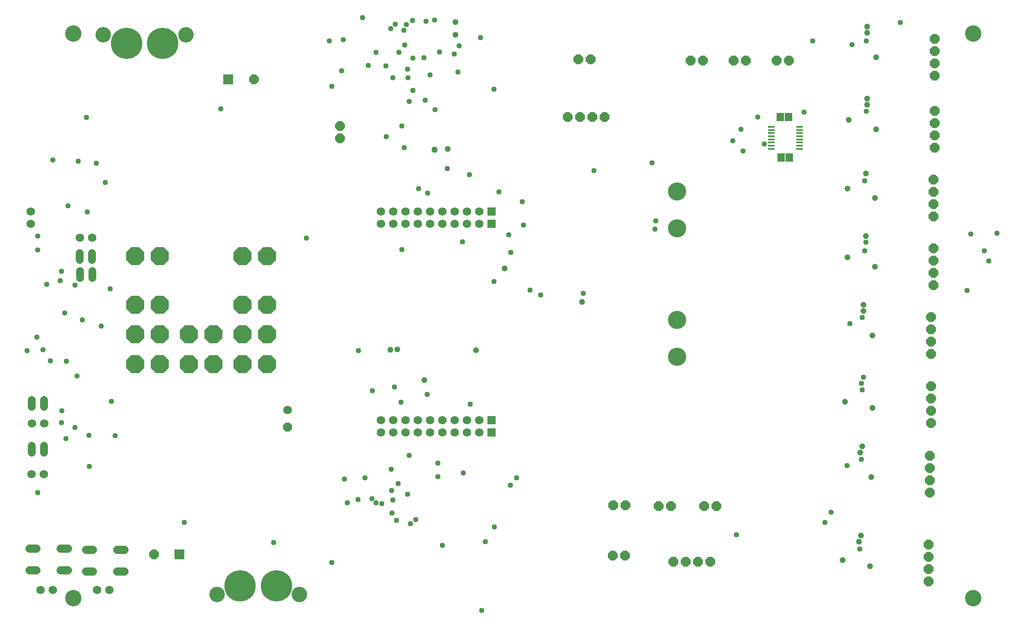
<source format=gbs>
G75*
%MOIN*%
%OFA0B0*%
%FSLAX25Y25*%
%IPPOS*%
%LPD*%
%AMOC8*
5,1,8,0,0,1.08239X$1,22.5*
%
%ADD10C,0.13300*%
%ADD11OC8,0.07887*%
%ADD12OC8,0.07100*%
%ADD13C,0.07100*%
%ADD14R,0.05918X0.06706*%
%ADD15OC8,0.14918*%
%ADD16R,0.06800X0.06800*%
%ADD17C,0.06800*%
%ADD18C,0.14800*%
%ADD19R,0.07887X0.07887*%
%ADD20R,0.05315X0.01772*%
%ADD21C,0.12600*%
%ADD22C,0.25469*%
%ADD23C,0.06737*%
%ADD24C,0.06400*%
%ADD25C,0.04762*%
%ADD26C,0.04369*%
%ADD27OC8,0.04762*%
D10*
X0233282Y0099674D03*
X0965682Y0099674D03*
X0965682Y0559674D03*
X0233282Y0559674D03*
D11*
X0380115Y0522174D03*
X0450182Y0484174D03*
X0450182Y0474174D03*
X0635586Y0491565D03*
X0645586Y0491565D03*
X0655586Y0491565D03*
X0665586Y0491565D03*
X0735682Y0537674D03*
X0745682Y0537674D03*
X0770682Y0537674D03*
X0780682Y0537674D03*
X0805682Y0537674D03*
X0815682Y0537674D03*
X0934182Y0535174D03*
X0934182Y0525174D03*
X0934182Y0545174D03*
X0934182Y0555174D03*
X0934182Y0496674D03*
X0934182Y0486674D03*
X0934182Y0476674D03*
X0934182Y0466674D03*
X0933182Y0440674D03*
X0933182Y0430674D03*
X0933182Y0420674D03*
X0933182Y0410674D03*
X0933182Y0384674D03*
X0933182Y0374674D03*
X0933182Y0364674D03*
X0933182Y0354674D03*
X0931182Y0328674D03*
X0931182Y0318674D03*
X0931182Y0308674D03*
X0931182Y0298674D03*
X0931182Y0272174D03*
X0931182Y0262174D03*
X0931182Y0252174D03*
X0931182Y0242174D03*
X0930182Y0215674D03*
X0930182Y0205674D03*
X0930182Y0195674D03*
X0930182Y0185674D03*
X0929182Y0143174D03*
X0929182Y0133174D03*
X0929182Y0123174D03*
X0929182Y0113174D03*
X0756682Y0174674D03*
X0746682Y0174674D03*
X0719682Y0174674D03*
X0709682Y0174674D03*
X0682682Y0175174D03*
X0672682Y0175174D03*
X0672182Y0134174D03*
X0682182Y0134174D03*
X0721682Y0129174D03*
X0731682Y0129174D03*
X0741682Y0129174D03*
X0751682Y0129174D03*
X0298749Y0135174D03*
X0644182Y0538674D03*
X0654182Y0538674D03*
D12*
X0407461Y0238965D03*
D13*
X0407461Y0252965D03*
D14*
X0809335Y0458674D03*
X0816028Y0458674D03*
X0815228Y0491774D03*
X0808535Y0491774D03*
D15*
X0390882Y0378375D03*
X0370882Y0378375D03*
X0303481Y0378375D03*
X0283481Y0378375D03*
X0283481Y0338690D03*
X0303481Y0338690D03*
X0303481Y0314674D03*
X0283481Y0314674D03*
X0283481Y0290383D03*
X0303481Y0290383D03*
X0327182Y0290383D03*
X0347182Y0290383D03*
X0370882Y0290383D03*
X0390882Y0290383D03*
X0390882Y0314674D03*
X0370882Y0314674D03*
X0347182Y0314674D03*
X0327182Y0314674D03*
X0370882Y0338690D03*
X0390882Y0338690D03*
D16*
X0573682Y0404674D03*
X0573682Y0414674D03*
X0573682Y0244674D03*
X0573682Y0234674D03*
D17*
X0206682Y0106174D03*
X0216682Y0106174D03*
X0252682Y0106174D03*
X0262682Y0106174D03*
X0209182Y0200674D03*
X0199182Y0200674D03*
X0199682Y0242074D03*
X0209682Y0242074D03*
X0238682Y0393274D03*
X0248682Y0393274D03*
X0198682Y0404674D03*
X0198682Y0414674D03*
X0483682Y0414674D03*
X0493682Y0414674D03*
X0503682Y0414674D03*
X0513682Y0414674D03*
X0523682Y0414674D03*
X0533682Y0414674D03*
X0543682Y0414674D03*
X0553682Y0414674D03*
X0563682Y0414674D03*
X0563682Y0404674D03*
X0553682Y0404674D03*
X0543682Y0404674D03*
X0533682Y0404674D03*
X0523682Y0404674D03*
X0513682Y0404674D03*
X0503682Y0404674D03*
X0493682Y0404674D03*
X0483682Y0404674D03*
X0483682Y0244674D03*
X0493682Y0244674D03*
X0503682Y0244674D03*
X0513682Y0244674D03*
X0523682Y0244674D03*
X0533682Y0244674D03*
X0543682Y0244674D03*
X0553682Y0244674D03*
X0563682Y0244674D03*
X0563682Y0234674D03*
X0553682Y0234674D03*
X0543682Y0234674D03*
X0533682Y0234674D03*
X0523682Y0234674D03*
X0513682Y0234674D03*
X0503682Y0234674D03*
X0493682Y0234674D03*
X0483682Y0234674D03*
D18*
X0724682Y0296324D03*
X0724682Y0326324D03*
X0724682Y0401024D03*
X0724682Y0431024D03*
D19*
X0359249Y0522174D03*
X0319615Y0135174D03*
D20*
X0801166Y0465717D03*
X0801166Y0468276D03*
X0801166Y0470835D03*
X0801166Y0473394D03*
X0801166Y0475954D03*
X0801166Y0478513D03*
X0801166Y0481072D03*
X0801166Y0483631D03*
X0824197Y0483631D03*
X0824197Y0481072D03*
X0824197Y0478513D03*
X0824197Y0475954D03*
X0824197Y0473394D03*
X0824197Y0470835D03*
X0824197Y0468276D03*
X0824197Y0465717D03*
D21*
X0324782Y0558774D03*
X0257582Y0558774D03*
X0350082Y0102574D03*
X0417282Y0102574D03*
D22*
X0398432Y0109674D03*
X0368932Y0109674D03*
X0305932Y0551674D03*
X0276432Y0551674D03*
D23*
X0274945Y0139032D02*
X0269008Y0139032D01*
X0249355Y0139032D02*
X0243418Y0139032D01*
X0228945Y0140032D02*
X0223008Y0140032D01*
X0203355Y0140032D02*
X0197418Y0140032D01*
X0197418Y0122316D02*
X0203355Y0122316D01*
X0223008Y0122316D02*
X0228945Y0122316D01*
X0243418Y0121316D02*
X0249355Y0121316D01*
X0269008Y0121316D02*
X0274945Y0121316D01*
D24*
X0209082Y0218274D02*
X0209082Y0223874D01*
X0199082Y0223874D02*
X0199082Y0218274D01*
X0199382Y0255574D02*
X0199382Y0261174D01*
X0209382Y0261174D02*
X0209382Y0255574D01*
X0238582Y0360774D02*
X0238582Y0366374D01*
X0248582Y0366374D02*
X0248582Y0360774D01*
X0248382Y0375374D02*
X0248382Y0380974D01*
X0238382Y0380974D02*
X0238382Y0375374D01*
D25*
X0491082Y0302074D03*
X0496782Y0302374D03*
X0518982Y0277174D03*
X0560982Y0301774D03*
X0647232Y0340924D03*
X0584082Y0368374D03*
X0537882Y0465574D03*
X0544182Y0558574D03*
X0544182Y0569074D03*
X0864182Y0489174D03*
X0879182Y0501674D03*
X0879182Y0506674D03*
X0886682Y0481674D03*
X0878182Y0445674D03*
X0863182Y0433174D03*
X0885682Y0425674D03*
X0878182Y0394674D03*
X0863182Y0377174D03*
X0885682Y0369674D03*
X0876182Y0338674D03*
X0876182Y0333674D03*
X0883682Y0313674D03*
X0861182Y0259674D03*
X0883682Y0254674D03*
X0875182Y0223174D03*
X0873416Y0218174D03*
X0882682Y0198174D03*
X0874182Y0150674D03*
X0872416Y0145674D03*
X0859182Y0130674D03*
X0881682Y0125674D03*
X0886682Y0540174D03*
X0879182Y0560174D03*
X0879182Y0565174D03*
D26*
X0878682Y0553674D03*
X0866982Y0550474D03*
X0834882Y0553474D03*
X0906282Y0568774D03*
X0878682Y0496174D03*
X0827982Y0495574D03*
X0790182Y0491674D03*
X0776682Y0481774D03*
X0769782Y0472174D03*
X0778182Y0464074D03*
X0795582Y0469474D03*
X0877182Y0439674D03*
X0878182Y0389674D03*
X0877182Y0382674D03*
X0963582Y0396274D03*
X0974682Y0382774D03*
X0978182Y0374174D03*
X0960682Y0350174D03*
X0984897Y0396874D03*
X0875182Y0328174D03*
X0865182Y0323374D03*
X0876182Y0279674D03*
X0874416Y0274674D03*
X0875182Y0269174D03*
X0874682Y0212674D03*
X0862782Y0207574D03*
X0849882Y0169774D03*
X0844782Y0161374D03*
X0873182Y0139674D03*
X0772782Y0151174D03*
X0593982Y0197674D03*
X0588882Y0191674D03*
X0550482Y0201574D03*
X0529934Y0198572D03*
X0529934Y0209595D03*
X0506705Y0215894D03*
X0491745Y0204477D03*
X0497682Y0192874D03*
X0492282Y0187174D03*
X0493319Y0179674D03*
X0484280Y0176509D03*
X0479682Y0177274D03*
X0476382Y0180574D03*
X0464973Y0180068D03*
X0456312Y0177312D03*
X0454024Y0196678D03*
X0470485Y0197784D03*
X0505182Y0184174D03*
X0492532Y0169044D03*
X0496182Y0162874D03*
X0507582Y0160174D03*
X0511823Y0163532D03*
X0533682Y0142674D03*
X0568682Y0145674D03*
X0575982Y0157474D03*
X0565482Y0089674D03*
X0443682Y0128674D03*
X0396282Y0144874D03*
X0323682Y0161174D03*
X0246282Y0206974D03*
X0227382Y0229474D03*
X0245982Y0232174D03*
X0234582Y0238474D03*
X0223482Y0242674D03*
X0223782Y0252274D03*
X0264282Y0260074D03*
X0236382Y0280474D03*
X0227682Y0292474D03*
X0214482Y0293074D03*
X0208482Y0302074D03*
X0203682Y0312274D03*
X0195582Y0301174D03*
X0226122Y0332074D03*
X0240582Y0326374D03*
X0255882Y0321274D03*
X0263082Y0351574D03*
X0234582Y0354574D03*
X0222582Y0358174D03*
X0223482Y0365974D03*
X0211482Y0355174D03*
X0204282Y0383374D03*
X0204282Y0394774D03*
X0244482Y0414274D03*
X0228882Y0419374D03*
X0259182Y0438274D03*
X0251982Y0453874D03*
X0237282Y0455674D03*
X0216582Y0456574D03*
X0243882Y0491374D03*
X0353182Y0498174D03*
X0443682Y0516674D03*
X0451682Y0529174D03*
X0473182Y0533674D03*
X0479682Y0544243D03*
X0487682Y0533174D03*
X0498282Y0544174D03*
X0502911Y0550403D03*
X0509682Y0539674D03*
X0518432Y0539924D03*
X0531282Y0544774D03*
X0543282Y0542974D03*
X0547182Y0549674D03*
X0564682Y0556174D03*
X0527382Y0570574D03*
X0520182Y0569674D03*
X0509082Y0570274D03*
X0504282Y0566974D03*
X0502375Y0562351D03*
X0495288Y0567469D03*
X0491682Y0563674D03*
X0468682Y0572674D03*
X0452758Y0554751D03*
X0441682Y0553674D03*
X0493182Y0523674D03*
X0505682Y0523674D03*
X0505182Y0530674D03*
X0509682Y0513174D03*
X0506682Y0504174D03*
X0519682Y0505174D03*
X0527682Y0497674D03*
X0500682Y0484174D03*
X0487782Y0475733D03*
X0502482Y0466474D03*
X0537536Y0449801D03*
X0555670Y0444680D03*
X0579682Y0430674D03*
X0598682Y0422674D03*
X0599682Y0403674D03*
X0587682Y0395674D03*
X0589182Y0381274D03*
X0575682Y0357674D03*
X0604808Y0350547D03*
X0613682Y0346674D03*
X0648132Y0348124D03*
X0706482Y0400174D03*
X0707082Y0407074D03*
X0656982Y0447874D03*
X0704082Y0454174D03*
X0575603Y0514320D03*
X0546182Y0528174D03*
X0523482Y0525874D03*
X0514182Y0433174D03*
X0521682Y0429674D03*
X0549882Y0389883D03*
X0500682Y0383674D03*
X0422847Y0393060D03*
X0465282Y0301174D03*
X0476682Y0268774D03*
X0494682Y0271474D03*
X0499782Y0259174D03*
X0521382Y0265774D03*
X0556182Y0257674D03*
X0267282Y0231874D03*
X0204282Y0185674D03*
D27*
X0527382Y0464974D03*
M02*

</source>
